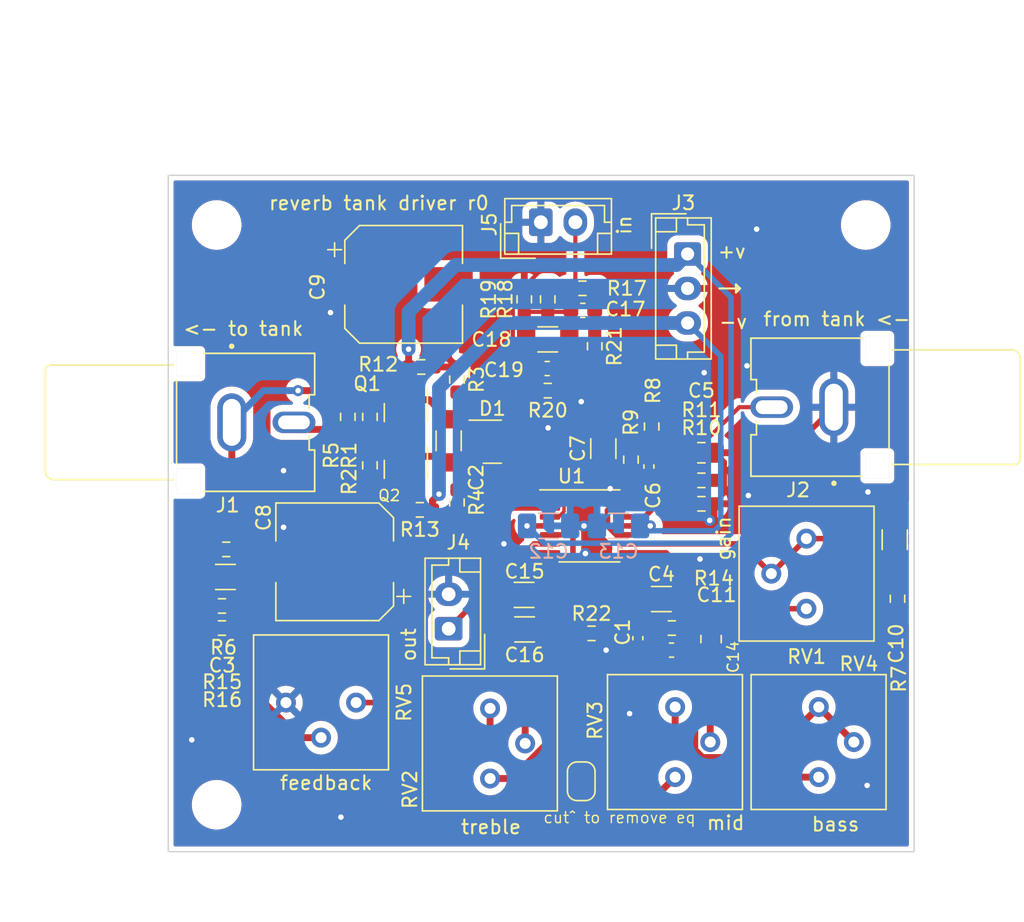
<source format=kicad_pcb>
(kicad_pcb (version 20221018) (generator pcbnew)

  (general
    (thickness 1.6)
  )

  (paper "A4")
  (layers
    (0 "F.Cu" signal)
    (31 "B.Cu" signal)
    (32 "B.Adhes" user "B.Adhesive")
    (33 "F.Adhes" user "F.Adhesive")
    (34 "B.Paste" user)
    (35 "F.Paste" user)
    (36 "B.SilkS" user "B.Silkscreen")
    (37 "F.SilkS" user "F.Silkscreen")
    (38 "B.Mask" user)
    (39 "F.Mask" user)
    (40 "Dwgs.User" user "User.Drawings")
    (41 "Cmts.User" user "User.Comments")
    (42 "Eco1.User" user "User.Eco1")
    (43 "Eco2.User" user "User.Eco2")
    (44 "Edge.Cuts" user)
    (45 "Margin" user)
    (46 "B.CrtYd" user "B.Courtyard")
    (47 "F.CrtYd" user "F.Courtyard")
    (48 "B.Fab" user)
    (49 "F.Fab" user)
    (50 "User.1" user)
    (51 "User.2" user)
    (52 "User.3" user)
    (53 "User.4" user)
    (54 "User.5" user)
    (55 "User.6" user)
    (56 "User.7" user)
    (57 "User.8" user)
    (58 "User.9" user)
  )

  (setup
    (stackup
      (layer "F.SilkS" (type "Top Silk Screen"))
      (layer "F.Paste" (type "Top Solder Paste"))
      (layer "F.Mask" (type "Top Solder Mask") (thickness 0.01))
      (layer "F.Cu" (type "copper") (thickness 0.035))
      (layer "dielectric 1" (type "core") (thickness 1.51) (material "FR4") (epsilon_r 4.5) (loss_tangent 0.02))
      (layer "B.Cu" (type "copper") (thickness 0.035))
      (layer "B.Mask" (type "Bottom Solder Mask") (thickness 0.01))
      (layer "B.Paste" (type "Bottom Solder Paste"))
      (layer "B.SilkS" (type "Bottom Silk Screen"))
      (copper_finish "None")
      (dielectric_constraints no)
    )
    (pad_to_mask_clearance 0)
    (pcbplotparams
      (layerselection 0x00010fc_ffffffff)
      (plot_on_all_layers_selection 0x0000000_00000000)
      (disableapertmacros false)
      (usegerberextensions false)
      (usegerberattributes true)
      (usegerberadvancedattributes true)
      (creategerberjobfile true)
      (dashed_line_dash_ratio 12.000000)
      (dashed_line_gap_ratio 3.000000)
      (svgprecision 4)
      (plotframeref false)
      (viasonmask false)
      (mode 1)
      (useauxorigin false)
      (hpglpennumber 1)
      (hpglpenspeed 20)
      (hpglpendiameter 15.000000)
      (dxfpolygonmode true)
      (dxfimperialunits true)
      (dxfusepcbnewfont true)
      (psnegative false)
      (psa4output false)
      (plotreference true)
      (plotvalue true)
      (plotinvisibletext false)
      (sketchpadsonfab false)
      (subtractmaskfromsilk false)
      (outputformat 1)
      (mirror false)
      (drillshape 0)
      (scaleselection 1)
      (outputdirectory "reverb-driver-gerbers/")
    )
  )

  (net 0 "")
  (net 1 "Net-(C1-Pad1)")
  (net 2 "Net-(C1-Pad2)")
  (net 3 "Net-(D1-A)")
  (net 4 "Net-(D1-K)")
  (net 5 "Net-(C3-Pad1)")
  (net 6 "GND")
  (net 7 "Net-(C4-Pad1)")
  (net 8 "Net-(C5-Pad2)")
  (net 9 "Net-(U1C--)")
  (net 10 "Net-(C7-Pad2)")
  (net 11 "Net-(Q2-C)")
  (net 12 "Net-(Q1-C)")
  (net 13 "Net-(C10-Pad2)")
  (net 14 "Net-(C11-Pad1)")
  (net 15 "Net-(C11-Pad2)")
  (net 16 "/+VB")
  (net 17 "/-VB")
  (net 18 "Net-(C14-Pad2)")
  (net 19 "/feedback")
  (net 20 "/out")
  (net 21 "Net-(C16-Pad2)")
  (net 22 "Net-(C17-Pad1)")
  (net 23 "Net-(C17-Pad2)")
  (net 24 "Net-(C18-Pad2)")
  (net 25 "Net-(U1A-+)")
  (net 26 "Net-(D1-common)")
  (net 27 "/fb")
  (net 28 "/driver_out")
  (net 29 "/tank_output")
  (net 30 "Net-(J5-Pin_2)")
  (net 31 "Net-(JP1-A)")
  (net 32 "Net-(Q1-E)")
  (net 33 "Net-(Q2-E)")
  (net 34 "Net-(U1D--)")
  (net 35 "Net-(U1A--)")
  (net 36 "Net-(R16-Pad2)")
  (net 37 "Net-(U1B-+)")
  (net 38 "Net-(RV3-Pad3)")
  (net 39 "Net-(U1C-+)")

  (footprint "RCJ-041:CUI_RCJ-041" (layer "F.Cu") (at 92.6875 56.2))

  (footprint "Package_SO:TSSOP-14_4.4x5mm_P0.65mm" (layer "F.Cu") (at 71 64.8))

  (footprint "Capacitor_SMD:C_0603_1608Metric_Pad1.08x0.95mm_HandSolder" (layer "F.Cu") (at 70.5125 49.1875 180))

  (footprint "Resistor_SMD:R_0603_1608Metric_Pad0.98x0.95mm_HandSolder" (layer "F.Cu") (at 58.7125 63.6375 180))

  (footprint "Connector_JST:JST_EH_B2B-EH-A_1x02_P2.50mm_Vertical" (layer "F.Cu") (at 67.475 42.8))

  (footprint "RCJ-041:CUI_RCJ-041" (layer "F.Cu") (at 41.1 57.3 180))

  (footprint "Capacitor_SMD:C_0603_1608Metric_Pad1.08x0.95mm_HandSolder" (layer "F.Cu") (at 67.9375 53.4))

  (footprint "Capacitor_SMD:C_0603_1608Metric_Pad1.08x0.95mm_HandSolder" (layer "F.Cu") (at 76.9375 73.8 180))

  (footprint "Connector_JST:JST_EH_B2B-EH-A_1x02_P2.50mm_Vertical" (layer "F.Cu") (at 60.8 72.25 90))

  (footprint "Jumper:SolderJumper-2_P1.3mm_Bridged_RoundedPad1.0x1.5mm" (layer "F.Cu") (at 70.4 83.3 90))

  (footprint "Resistor_SMD:R_0603_1608Metric_Pad0.98x0.95mm_HandSolder" (layer "F.Cu") (at 79.1 63.2))

  (footprint "Potentiometer_THT:Potentiometer_Bourns_3386P_Vertical" (layer "F.Cu") (at 49.02 77.6 -90))

  (footprint "Resistor_SMD:R_0603_1608Metric_Pad0.98x0.95mm_HandSolder" (layer "F.Cu") (at 55.1 56.9 -90))

  (footprint "Capacitor_SMD:C_1206_3216Metric_Pad1.33x1.80mm_HandSolder" (layer "F.Cu") (at 67.975 51.2875))

  (footprint "Resistor_SMD:R_0603_1608Metric_Pad0.98x0.95mm_HandSolder" (layer "F.Cu") (at 53.5 56.9 90))

  (footprint "Resistor_SMD:R_0603_1608Metric_Pad0.98x0.95mm_HandSolder" (layer "F.Cu") (at 61.4 54.2 -90))

  (footprint "Capacitor_SMD:C_1206_3216Metric_Pad1.33x1.80mm_HandSolder" (layer "F.Cu") (at 66.2625 69.8 180))

  (footprint "Resistor_SMD:R_0603_1608Metric_Pad0.98x0.95mm_HandSolder" (layer "F.Cu") (at 67.975 55 180))

  (footprint "Capacitor_SMD:C_0402_1005Metric_Pad0.74x0.62mm_HandSolder" (layer "F.Cu") (at 75.3 60.5 -90))

  (footprint "Potentiometer_THT:Potentiometer_Bourns_3386P_Vertical" (layer "F.Cu") (at 77.2 83))

  (footprint "MountingHole:MountingHole_3.2mm_M3" (layer "F.Cu") (at 91 43))

  (footprint "MountingHole:MountingHole_3.2mm_M3" (layer "F.Cu") (at 44 85))

  (footprint "Resistor_SMD:R_0603_1608Metric_Pad0.98x0.95mm_HandSolder" (layer "F.Cu") (at 66.275 48.3875 90))

  (footprint "Capacitor_SMD:C_1206_3216Metric_Pad1.33x1.80mm_HandSolder" (layer "F.Cu") (at 66.3 72.3 180))

  (footprint "Package_TO_SOT_SMD:SOT-23" (layer "F.Cu") (at 57.7 56.595 -90))

  (footprint "Resistor_SMD:R_0603_1608Metric_Pad0.98x0.95mm_HandSolder" (layer "F.Cu") (at 67.975 48.3875 -90))

  (footprint "Resistor_SMD:R_0603_1608Metric_Pad0.98x0.95mm_HandSolder" (layer "F.Cu") (at 70.4875 47.5875))

  (footprint "Package_TO_SOT_SMD:SOT-23" (layer "F.Cu") (at 57.7 60.7 -90))

  (footprint "Resistor_SMD:R_0603_1608Metric_Pad0.98x0.95mm_HandSolder" (layer "F.Cu") (at 61.4 63.1 -90))

  (footprint "Package_TO_SOT_SMD:SOT-23" (layer "F.Cu") (at 63.9625 58.7))

  (footprint "Capacitor_SMD:C_0805_2012Metric_Pad1.18x1.45mm_HandSolder" (layer "F.Cu") (at 79.1 59.5 180))

  (footprint "Capacitor_SMD:C_1206_3216Metric_Pad1.33x1.80mm_HandSolder" (layer "F.Cu") (at 72 59.2 90))

  (footprint "Capacitor_SMD:C_1206_3216Metric_Pad1.33x1.80mm_HandSolder" (layer "F.Cu") (at 60.8 58.6375 -90))

  (footprint "Resistor_SMD:R_0603_1608Metric_Pad0.98x0.95mm_HandSolder" (layer "F.Cu") (at 55.1 60.4125 -90))

  (footprint "Resistor_SMD:R_0603_1608Metric_Pad0.98x0.95mm_HandSolder" (layer "F.Cu") (at 71.375 51.7875 -90))

  (footprint "Resistor_SMD:R_0603_1608Metric_Pad0.98x0.95mm_HandSolder" (layer "F.Cu") (at 58.82 53.2875))

  (footprint "Capacitor_SMD:CP_Elec_8x10" (layer "F.Cu") (at 57.5425 47.3))

  (footprint "MountingHole:MountingHole_3.2mm_M3" (layer "F.Cu") (at 44 43))

  (footprint "Resistor_SMD:R_0603_1608Metric_Pad0.98x0.95mm_HandSolder" (layer "F.Cu") (at 74 60 -90))

  (footprint "Connector_JST:JST_EH_B3B-EH-A_1x03_P2.50mm_Vertical" (layer "F.Cu") (at 78.1 45.1 -90))

  (footprint "Resistor_SMD:R_0603_1608Metric_Pad0.98x0.95mm_HandSolder" (layer "F.Cu") (at 44.7 66.5 180))

  (footprint "Resistor_SMD:R_0603_1608Metric_Pad0.98x0.95mm_HandSolder" (layer "F.Cu") (at 44.3875 72.2 180))

  (footprint "Potentiometer_THT:Potentiometer_Bourns_3386P_Vertical" (layer "F.Cu") (at 63.8 83.1))

  (footprint "Potentiometer_THT:Potentiometer_Bourns_3386P_Vertical" (layer "F.Cu") (at 86.7 65.72 180))

  (footprint "Resistor_SMD:R_0603_1608Metric_Pad0.98x0.95mm_HandSolder" (layer "F.Cu") (at 44.3875 70.6 180))

  (footprint "Resistor_SMD:R_0603_1608Metric_Pad0.98x0.95mm_HandSolder" (layer "F.Cu") (at 75.5 57.6 90))

  (footprint "Resistor_SMD:R_0603_1608Metric_Pad0.98x0.95mm_HandSolder" (layer "F.Cu") (at 79.1 61.5))

  (footprint "Resistor_SMD:R_0603_1608Metric_Pad0.98x0.95mm_HandSolder" (layer "F.Cu") (at 93.3 70.075 90))

  (footprint "Capacitor_SMD:C_1206_3216Metric_Pad1.33x1.80mm_HandSolder" (layer "F.Cu") (at 44.6375 68.5))

  (footprint "Potentiometer_THT:Potentiometer_Bourns_3386P_Vertical" (layer "F.Cu")
    (tstamp e1453f83-4f55-49cc-99d8-a0e549d7aaab)
    (at 87.6 83)
    (descr "Potentiometer, vertical, Bourns 338
... [288684 chars truncated]
</source>
